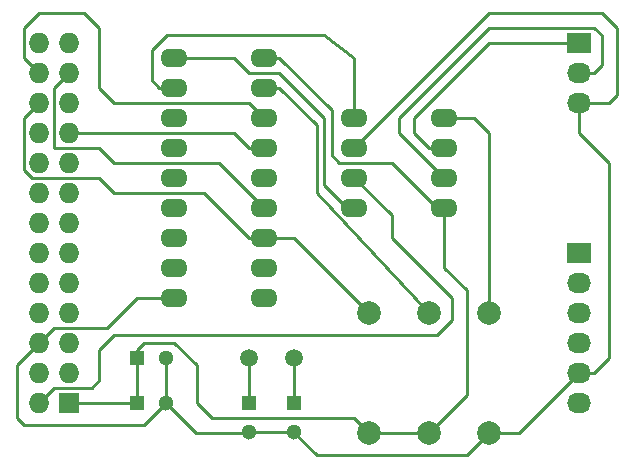
<source format=gbr>
G04 #@! TF.FileFunction,Copper,L1,Top,Signal*
%FSLAX46Y46*%
G04 Gerber Fmt 4.6, Leading zero omitted, Abs format (unit mm)*
G04 Created by KiCad (PCBNEW 4.0.1-stable) date 15.01.2016 10:14:08*
%MOMM*%
G01*
G04 APERTURE LIST*
%ADD10C,0.100000*%
%ADD11R,1.300000X1.300000*%
%ADD12C,1.300000*%
%ADD13R,1.727200X1.727200*%
%ADD14O,1.727200X1.727200*%
%ADD15O,2.300000X1.600000*%
%ADD16R,2.032000X1.727200*%
%ADD17O,2.032000X1.727200*%
%ADD18C,1.998980*%
%ADD19C,1.501140*%
%ADD20C,0.250000*%
G04 APERTURE END LIST*
D10*
D11*
X111125000Y-95250000D03*
D12*
X113625000Y-95250000D03*
D13*
X105410000Y-95250000D03*
D14*
X102870000Y-95250000D03*
X105410000Y-92710000D03*
X102870000Y-92710000D03*
X105410000Y-90170000D03*
X102870000Y-90170000D03*
X105410000Y-87630000D03*
X102870000Y-87630000D03*
X105410000Y-85090000D03*
X102870000Y-85090000D03*
X105410000Y-82550000D03*
X102870000Y-82550000D03*
X105410000Y-80010000D03*
X102870000Y-80010000D03*
X105410000Y-77470000D03*
X102870000Y-77470000D03*
X105410000Y-74930000D03*
X102870000Y-74930000D03*
X105410000Y-72390000D03*
X102870000Y-72390000D03*
X105410000Y-69850000D03*
X102870000Y-69850000D03*
X105410000Y-67310000D03*
X102870000Y-67310000D03*
X105410000Y-64770000D03*
X102870000Y-64770000D03*
D15*
X114300000Y-66040000D03*
X114300000Y-68580000D03*
X114300000Y-71120000D03*
X114300000Y-73660000D03*
X114300000Y-76200000D03*
X114300000Y-78740000D03*
X114300000Y-81280000D03*
X114300000Y-83820000D03*
X114300000Y-86360000D03*
X121920000Y-86360000D03*
X121920000Y-83820000D03*
X121920000Y-81280000D03*
X121920000Y-78740000D03*
X121920000Y-76200000D03*
X121920000Y-73660000D03*
X121920000Y-71120000D03*
X121920000Y-68580000D03*
X121920000Y-66040000D03*
D11*
X111125000Y-91440000D03*
D12*
X113625000Y-91440000D03*
D11*
X124460000Y-95250000D03*
D12*
X124460000Y-97750000D03*
D11*
X120650000Y-95250000D03*
D12*
X120650000Y-97750000D03*
D16*
X148590000Y-82550000D03*
D17*
X148590000Y-85090000D03*
X148590000Y-87630000D03*
X148590000Y-90170000D03*
X148590000Y-92710000D03*
X148590000Y-95250000D03*
D16*
X148590000Y-64770000D03*
D17*
X148590000Y-67310000D03*
X148590000Y-69850000D03*
D18*
X135890000Y-97790000D03*
X135890000Y-87630000D03*
X140970000Y-87630000D03*
X140970000Y-97790000D03*
X130810000Y-87630000D03*
X130810000Y-97790000D03*
D15*
X129540000Y-71120000D03*
X129540000Y-73660000D03*
X129540000Y-76200000D03*
X129540000Y-78740000D03*
X137160000Y-78740000D03*
X137160000Y-76200000D03*
X137160000Y-73660000D03*
X137160000Y-71120000D03*
D19*
X124454920Y-91440000D03*
X120655080Y-91440000D03*
D20*
X137160000Y-78740000D02*
X137160000Y-83820000D01*
X139065000Y-94615000D02*
X135890000Y-97790000D01*
X139065000Y-85725000D02*
X139065000Y-94615000D01*
X137160000Y-83820000D02*
X139065000Y-85725000D01*
X111125000Y-91440000D02*
X111125000Y-90805000D01*
X111125000Y-90805000D02*
X111760000Y-90170000D01*
X129540000Y-96520000D02*
X130810000Y-97790000D01*
X117475000Y-96520000D02*
X129540000Y-96520000D01*
X116205000Y-95250000D02*
X117475000Y-96520000D01*
X116205000Y-92075000D02*
X116205000Y-95250000D01*
X114300000Y-90170000D02*
X116205000Y-92075000D01*
X111760000Y-90170000D02*
X114300000Y-90170000D01*
X105410000Y-95250000D02*
X111125000Y-95250000D01*
X111125000Y-95250000D02*
X111125000Y-91440000D01*
X137160000Y-78740000D02*
X136525000Y-78740000D01*
X136525000Y-78740000D02*
X132715000Y-74930000D01*
X123190000Y-66040000D02*
X121920000Y-66040000D01*
X127635000Y-70485000D02*
X123190000Y-66040000D01*
X127635000Y-74295000D02*
X127635000Y-70485000D01*
X128270000Y-74930000D02*
X127635000Y-74295000D01*
X132715000Y-74930000D02*
X128270000Y-74930000D01*
X130810000Y-97790000D02*
X135890000Y-97790000D01*
X102870000Y-90170000D02*
X100965000Y-92075000D01*
X111720000Y-97155000D02*
X113625000Y-95250000D01*
X101600000Y-97155000D02*
X111720000Y-97155000D01*
X100965000Y-96520000D02*
X101600000Y-97155000D01*
X100965000Y-92075000D02*
X100965000Y-96520000D01*
X113625000Y-91440000D02*
X113625000Y-95250000D01*
X113625000Y-95250000D02*
X116165000Y-97790000D01*
X116165000Y-97790000D02*
X120610000Y-97790000D01*
X120610000Y-97790000D02*
X120650000Y-97750000D01*
X148590000Y-69850000D02*
X148590000Y-72390000D01*
X148590000Y-72390000D02*
X151130000Y-74930000D01*
X151130000Y-74930000D02*
X151130000Y-91440000D01*
X151130000Y-91440000D02*
X149860000Y-92710000D01*
X149860000Y-92710000D02*
X148590000Y-92710000D01*
X148590000Y-69850000D02*
X151130000Y-69850000D01*
X140970000Y-62230000D02*
X129540000Y-73660000D01*
X150495000Y-62230000D02*
X140970000Y-62230000D01*
X151765000Y-63500000D02*
X150495000Y-62230000D01*
X151765000Y-69215000D02*
X151765000Y-63500000D01*
X151130000Y-69850000D02*
X151765000Y-69215000D01*
X140970000Y-97790000D02*
X143510000Y-97790000D01*
X143510000Y-97790000D02*
X148590000Y-92710000D01*
X139065000Y-99695000D02*
X126365000Y-99695000D01*
X126365000Y-99695000D02*
X124460000Y-97790000D01*
X140970000Y-97790000D02*
X139065000Y-99695000D01*
X114300000Y-86360000D02*
X111125000Y-86360000D01*
X111125000Y-86360000D02*
X108585000Y-88900000D01*
X108585000Y-88900000D02*
X104140000Y-88900000D01*
X104140000Y-88900000D02*
X102870000Y-90170000D01*
X124460000Y-97750000D02*
X120650000Y-97750000D01*
X124460000Y-97790000D02*
X124460000Y-97750000D01*
X124454920Y-91440000D02*
X124454920Y-90799920D01*
X124460000Y-95250000D02*
X124460000Y-91445080D01*
X124460000Y-91445080D02*
X124454920Y-91440000D01*
X120650000Y-95250000D02*
X120650000Y-91445080D01*
X120650000Y-91445080D02*
X120655080Y-91440000D01*
X102870000Y-95250000D02*
X104140000Y-93980000D01*
X132715000Y-79375000D02*
X129540000Y-76200000D01*
X132715000Y-81280000D02*
X132715000Y-79375000D01*
X137795000Y-86360000D02*
X132715000Y-81280000D01*
X137795000Y-88265000D02*
X137795000Y-86360000D01*
X136525000Y-89535000D02*
X137795000Y-88265000D01*
X109220000Y-89535000D02*
X136525000Y-89535000D01*
X107950000Y-90805000D02*
X109220000Y-89535000D01*
X107950000Y-93345000D02*
X107950000Y-90805000D01*
X107315000Y-93980000D02*
X107950000Y-93345000D01*
X104140000Y-93980000D02*
X107315000Y-93980000D01*
X148590000Y-64770000D02*
X140970000Y-64770000D01*
X135890000Y-73660000D02*
X137160000Y-73660000D01*
X134620000Y-72390000D02*
X135890000Y-73660000D01*
X134620000Y-71120000D02*
X134620000Y-72390000D01*
X140970000Y-64770000D02*
X134620000Y-71120000D01*
X148590000Y-67310000D02*
X149860000Y-67310000D01*
X133350000Y-72390000D02*
X137160000Y-76200000D01*
X133350000Y-71120000D02*
X133350000Y-72390000D01*
X140970000Y-63500000D02*
X133350000Y-71120000D01*
X149860000Y-63500000D02*
X140970000Y-63500000D01*
X150495000Y-64135000D02*
X149860000Y-63500000D01*
X150495000Y-66675000D02*
X150495000Y-64135000D01*
X149860000Y-67310000D02*
X150495000Y-66675000D01*
X135890000Y-87630000D02*
X126365000Y-77470000D01*
X123190000Y-68580000D02*
X121920000Y-68580000D01*
X126365000Y-71755000D02*
X123190000Y-68580000D01*
X126365000Y-77470000D02*
X126365000Y-71755000D01*
X137160000Y-71120000D02*
X139700000Y-71120000D01*
X140970000Y-72390000D02*
X140970000Y-87630000D01*
X139700000Y-71120000D02*
X140970000Y-72390000D01*
X105410000Y-72390000D02*
X119380000Y-72390000D01*
X120650000Y-73660000D02*
X121920000Y-73660000D01*
X119380000Y-72390000D02*
X120650000Y-73660000D01*
X105410000Y-67310000D02*
X104140000Y-68580000D01*
X104140000Y-68580000D02*
X104140000Y-73660000D01*
X104140000Y-73660000D02*
X107950000Y-73660000D01*
X107950000Y-73660000D02*
X109220000Y-74930000D01*
X109220000Y-74930000D02*
X118110000Y-74930000D01*
X118110000Y-74930000D02*
X121920000Y-78740000D01*
X102870000Y-67310000D02*
X101600000Y-66040000D01*
X120650000Y-69850000D02*
X121920000Y-71120000D01*
X109220000Y-69850000D02*
X120650000Y-69850000D01*
X107950000Y-68580000D02*
X109220000Y-69850000D01*
X107950000Y-63500000D02*
X107950000Y-68580000D01*
X106680000Y-62230000D02*
X107950000Y-63500000D01*
X102870000Y-62230000D02*
X106680000Y-62230000D01*
X101600000Y-63500000D02*
X102870000Y-62230000D01*
X101600000Y-66040000D02*
X101600000Y-63500000D01*
X114300000Y-66040000D02*
X119380000Y-66040000D01*
X119380000Y-66040000D02*
X120650000Y-67310000D01*
X120650000Y-67310000D02*
X123190000Y-67310000D01*
X127000000Y-76835000D02*
X128905000Y-78740000D01*
X127000000Y-71120000D02*
X127000000Y-76835000D01*
X123190000Y-67310000D02*
X127000000Y-71120000D01*
X128905000Y-78740000D02*
X129540000Y-78740000D01*
X121920000Y-81280000D02*
X124460000Y-81280000D01*
X124460000Y-81280000D02*
X130810000Y-87630000D01*
X101600000Y-75565000D02*
X101600000Y-71120000D01*
X120650000Y-81280000D02*
X116840000Y-77470000D01*
X116840000Y-77470000D02*
X109220000Y-77470000D01*
X109220000Y-77470000D02*
X107950000Y-76200000D01*
X107950000Y-76200000D02*
X102235000Y-76200000D01*
X102235000Y-76200000D02*
X101600000Y-75565000D01*
X121920000Y-81280000D02*
X120650000Y-81280000D01*
X101600000Y-71120000D02*
X102870000Y-69850000D01*
X113665000Y-64135000D02*
X112395000Y-65405000D01*
X127000000Y-64135000D02*
X113665000Y-64135000D01*
X112395000Y-65405000D02*
X112395000Y-67945000D01*
X129540000Y-66040000D02*
X127000000Y-64135000D01*
X129540000Y-71120000D02*
X129540000Y-66040000D01*
X113030000Y-68580000D02*
X114300000Y-68580000D01*
X112395000Y-67945000D02*
X113030000Y-68580000D01*
M02*

</source>
